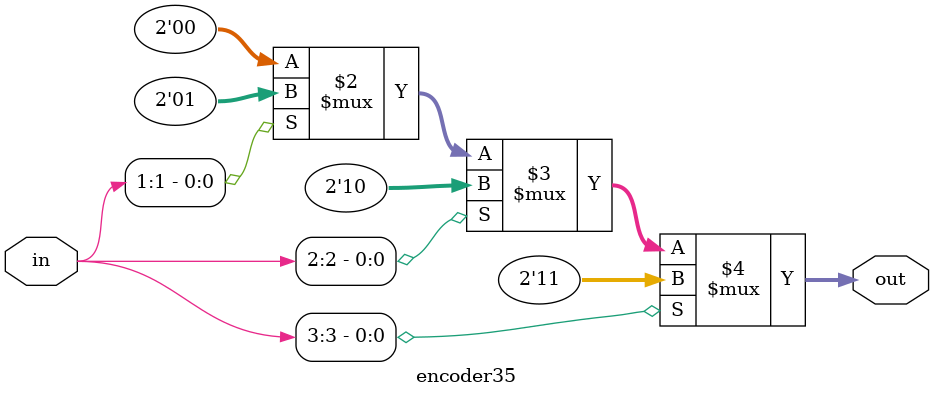
<source format=v>
module encoder35(input [3:0] in, output [1:0] out);

    assign out = (in[3]) ? 2'b11 : (in[2]) ? 2'b10 : (in[1]) ? 2'b01 : (in[0]) ? 2'b00 : 2'b00;

endmodule

</source>
